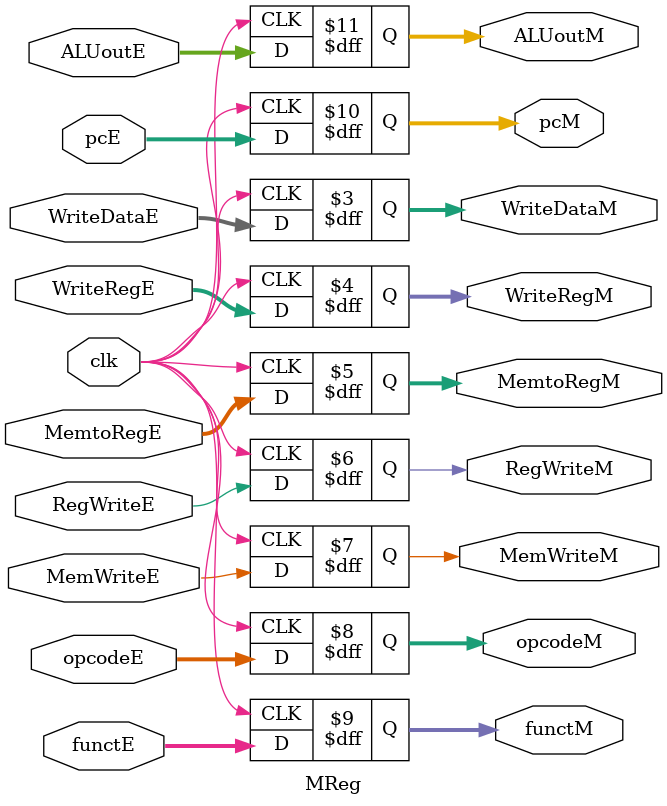
<source format=v>
`timescale 1ns / 1ps
module MReg(clk,WriteDataE,WriteRegE,MemtoRegE,RegWriteE,MemWriteE,opcodeE,functE,pcE,ALUoutE,
				WriteDataM,WriteRegM,MemtoRegM,RegWriteM,MemWriteM,opcodeM,functM,pcM,ALUoutM);
		input clk;
		input [31:0] WriteDataE;
		input [4:0] WriteRegE;
		input [1:0] MemtoRegE;
		input RegWriteE,MemWriteE;
		input [5:0] opcodeE,functE;
		input [31:0] pcE;
		input [31:0] ALUoutE;
		
		output reg [31:0] WriteDataM;
		output reg [4:0] WriteRegM;
		output reg [1:0] MemtoRegM;
		output reg RegWriteM,MemWriteM;
		output reg [5:0] opcodeM,functM;
		output reg [31:0] pcM,ALUoutM;
		initial begin
			WriteDataM=0;
			WriteRegM=0;
			MemtoRegM=0;
			RegWriteM=0;
			MemWriteM=0;
			opcodeM=0;
			functM=0;
			pcM=0;
			ALUoutM=0;
		end
		
		always@(posedge clk) begin
			WriteDataM<=WriteDataE;
			WriteRegM<=WriteRegE;
			MemtoRegM<=MemtoRegE;
			RegWriteM<=RegWriteE;
			MemWriteM<=MemWriteE;
			opcodeM<=opcodeE;
			functM<=functE;
			pcM<=pcE;
			ALUoutM<=ALUoutE;
		end

endmodule

</source>
